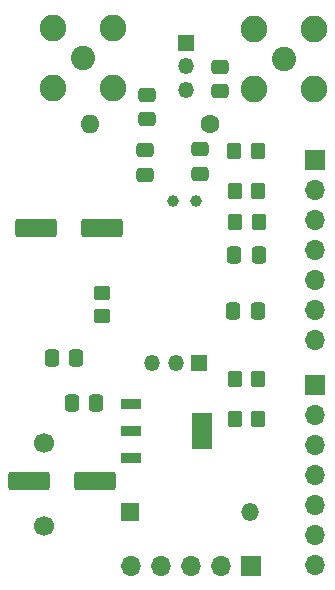
<source format=gbr>
%TF.GenerationSoftware,KiCad,Pcbnew,8.0.4*%
%TF.CreationDate,2025-05-02T23:49:30+05:30*%
%TF.ProjectId,Si4732Board,53693437-3332-4426-9f61-72642e6b6963,rev?*%
%TF.SameCoordinates,Original*%
%TF.FileFunction,Soldermask,Top*%
%TF.FilePolarity,Negative*%
%FSLAX46Y46*%
G04 Gerber Fmt 4.6, Leading zero omitted, Abs format (unit mm)*
G04 Created by KiCad (PCBNEW 8.0.4) date 2025-05-02 23:49:30*
%MOMM*%
%LPD*%
G01*
G04 APERTURE LIST*
G04 Aperture macros list*
%AMRoundRect*
0 Rectangle with rounded corners*
0 $1 Rounding radius*
0 $2 $3 $4 $5 $6 $7 $8 $9 X,Y pos of 4 corners*
0 Add a 4 corners polygon primitive as box body*
4,1,4,$2,$3,$4,$5,$6,$7,$8,$9,$2,$3,0*
0 Add four circle primitives for the rounded corners*
1,1,$1+$1,$2,$3*
1,1,$1+$1,$4,$5*
1,1,$1+$1,$6,$7*
1,1,$1+$1,$8,$9*
0 Add four rect primitives between the rounded corners*
20,1,$1+$1,$2,$3,$4,$5,0*
20,1,$1+$1,$4,$5,$6,$7,0*
20,1,$1+$1,$6,$7,$8,$9,0*
20,1,$1+$1,$8,$9,$2,$3,0*%
G04 Aperture macros list end*
%ADD10R,1.761200X0.850800*%
%ADD11R,1.761200X3.150799*%
%ADD12R,1.700000X1.700000*%
%ADD13O,1.700000X1.700000*%
%ADD14R,1.350000X1.350000*%
%ADD15O,1.350000X1.350000*%
%ADD16C,2.050000*%
%ADD17C,2.250000*%
%ADD18RoundRect,0.250000X-0.350000X-0.450000X0.350000X-0.450000X0.350000X0.450000X-0.350000X0.450000X0*%
%ADD19C,1.000000*%
%ADD20R,1.500000X1.500000*%
%ADD21O,1.500000X1.500000*%
%ADD22RoundRect,0.250000X-0.450000X0.350000X-0.450000X-0.350000X0.450000X-0.350000X0.450000X0.350000X0*%
%ADD23RoundRect,0.250000X0.337500X0.475000X-0.337500X0.475000X-0.337500X-0.475000X0.337500X-0.475000X0*%
%ADD24RoundRect,0.250000X0.475000X-0.337500X0.475000X0.337500X-0.475000X0.337500X-0.475000X-0.337500X0*%
%ADD25RoundRect,0.250000X-0.337500X-0.475000X0.337500X-0.475000X0.337500X0.475000X-0.337500X0.475000X0*%
%ADD26RoundRect,0.250000X-0.475000X0.337500X-0.475000X-0.337500X0.475000X-0.337500X0.475000X0.337500X0*%
%ADD27RoundRect,0.250000X1.500000X0.550000X-1.500000X0.550000X-1.500000X-0.550000X1.500000X-0.550000X0*%
%ADD28RoundRect,0.250000X-1.500000X-0.550000X1.500000X-0.550000X1.500000X0.550000X-1.500000X0.550000X0*%
%ADD29C,1.700000*%
%ADD30C,1.600000*%
%ADD31O,1.600000X1.600000*%
G04 APERTURE END LIST*
D10*
%TO.C,U1*%
X136475000Y-104985000D03*
X136475000Y-107285000D03*
X136475000Y-109585000D03*
D11*
X142525000Y-107285000D03*
%TD*%
D12*
%TO.C,J3*%
X152065000Y-103335000D03*
D13*
X152065000Y-105875000D03*
X152065000Y-108415000D03*
X152065000Y-110955000D03*
X152065000Y-113495000D03*
X152065000Y-116035000D03*
X152065000Y-118575000D03*
%TD*%
D14*
%TO.C,J7*%
X141125000Y-74385000D03*
D15*
X141125000Y-76385000D03*
X141125000Y-78385000D03*
%TD*%
D16*
%TO.C,J5*%
X132385000Y-75645000D03*
D17*
X134925000Y-73105000D03*
X129845000Y-73105000D03*
X134925000Y-78185000D03*
X129845000Y-78185000D03*
%TD*%
D18*
%TO.C,R1*%
X145275000Y-106285000D03*
X147275000Y-106285000D03*
%TD*%
D19*
%TO.C,Y1*%
X140075000Y-87810000D03*
X141975000Y-87810000D03*
%TD*%
D20*
%TO.C,D1*%
X136365000Y-114110000D03*
D21*
X146525000Y-114110000D03*
%TD*%
D12*
%TO.C,J4*%
X152065000Y-84285000D03*
D13*
X152065000Y-86825000D03*
X152065000Y-89365000D03*
X152065000Y-91905000D03*
X152065000Y-94445000D03*
X152065000Y-96985000D03*
X152065000Y-99525000D03*
%TD*%
D18*
%TO.C,R3*%
X145275000Y-86935000D03*
X147275000Y-86935000D03*
%TD*%
D22*
%TO.C,R5*%
X134000000Y-95560000D03*
X134000000Y-97560000D03*
%TD*%
D23*
%TO.C,C5*%
X147225000Y-97135000D03*
X145150000Y-97135000D03*
%TD*%
D24*
%TO.C,C9*%
X137650000Y-85560000D03*
X137650000Y-83485000D03*
%TD*%
D25*
%TO.C,C1*%
X131475000Y-104910000D03*
X133550000Y-104910000D03*
%TD*%
D23*
%TO.C,C3*%
X131850000Y-101085000D03*
X129775000Y-101085000D03*
%TD*%
D18*
%TO.C,R2*%
X145275000Y-102885000D03*
X147275000Y-102885000D03*
%TD*%
D26*
%TO.C,C10*%
X144025000Y-76435000D03*
X144025000Y-78510000D03*
%TD*%
D24*
%TO.C,C7*%
X137825000Y-80885000D03*
X137825000Y-78810000D03*
%TD*%
D18*
%TO.C,R6*%
X145300000Y-89560000D03*
X147300000Y-89560000D03*
%TD*%
D12*
%TO.C,J2*%
X146625000Y-118685000D03*
D13*
X144085000Y-118685000D03*
X141545000Y-118685000D03*
X139005000Y-118685000D03*
X136465000Y-118685000D03*
%TD*%
D18*
%TO.C,R4*%
X145250000Y-83585000D03*
X147250000Y-83585000D03*
%TD*%
D24*
%TO.C,C8*%
X142300000Y-85485000D03*
X142300000Y-83410000D03*
%TD*%
D27*
%TO.C,C4*%
X134050000Y-90110000D03*
X128450000Y-90110000D03*
%TD*%
D16*
%TO.C,J1*%
X149475000Y-75735000D03*
D17*
X146935000Y-73195000D03*
X146935000Y-78275000D03*
X152015000Y-73195000D03*
X152015000Y-78275000D03*
%TD*%
D14*
%TO.C,J6*%
X142275000Y-101535000D03*
D15*
X140275000Y-101535000D03*
X138275000Y-101535000D03*
%TD*%
D25*
%TO.C,C6*%
X145225000Y-92335000D03*
X147300000Y-92335000D03*
%TD*%
D28*
%TO.C,C2*%
X127825000Y-111535000D03*
X133425000Y-111535000D03*
%TD*%
D29*
%TO.C,J8*%
X129100000Y-108300000D03*
X129100000Y-115300000D03*
%TD*%
D30*
%TO.C,L1*%
X143175000Y-81285000D03*
D31*
X133015000Y-81285000D03*
%TD*%
M02*

</source>
